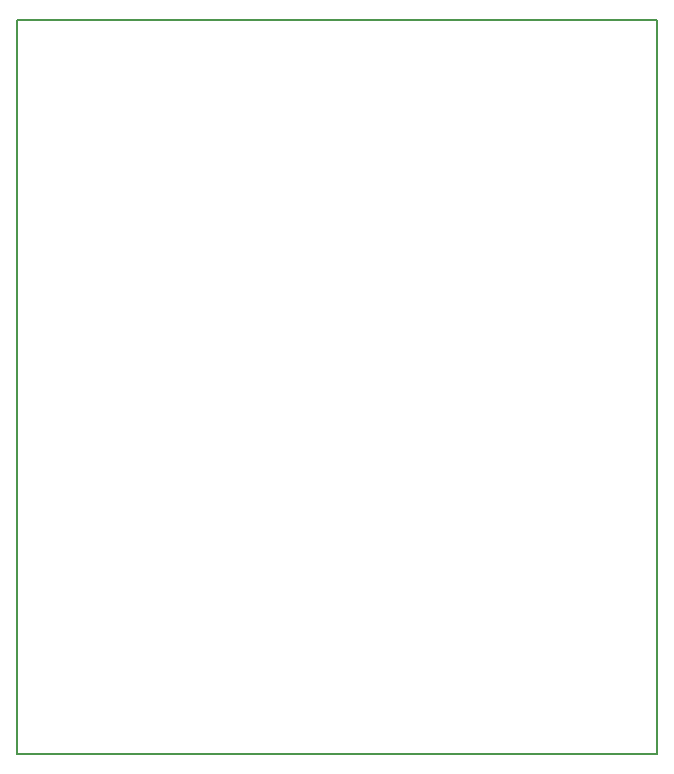
<source format=gbr>
%TF.GenerationSoftware,KiCad,Pcbnew,(7.0.0)*%
%TF.CreationDate,2023-10-03T11:42:16+02:00*%
%TF.ProjectId,Lichten-PCB,4c696368-7465-46e2-9d50-43422e6b6963,rev?*%
%TF.SameCoordinates,Original*%
%TF.FileFunction,Profile,NP*%
%FSLAX46Y46*%
G04 Gerber Fmt 4.6, Leading zero omitted, Abs format (unit mm)*
G04 Created by KiCad (PCBNEW (7.0.0)) date 2023-10-03 11:42:16*
%MOMM*%
%LPD*%
G01*
G04 APERTURE LIST*
%TA.AperFunction,Profile*%
%ADD10C,0.200000*%
%TD*%
G04 APERTURE END LIST*
D10*
X118200000Y-132200000D02*
X118200000Y-70000000D01*
X118200000Y-70000000D02*
X172400000Y-70000000D01*
X172400000Y-132200000D02*
X118200000Y-132200000D01*
X172400000Y-70000000D02*
X172400000Y-132200000D01*
M02*

</source>
